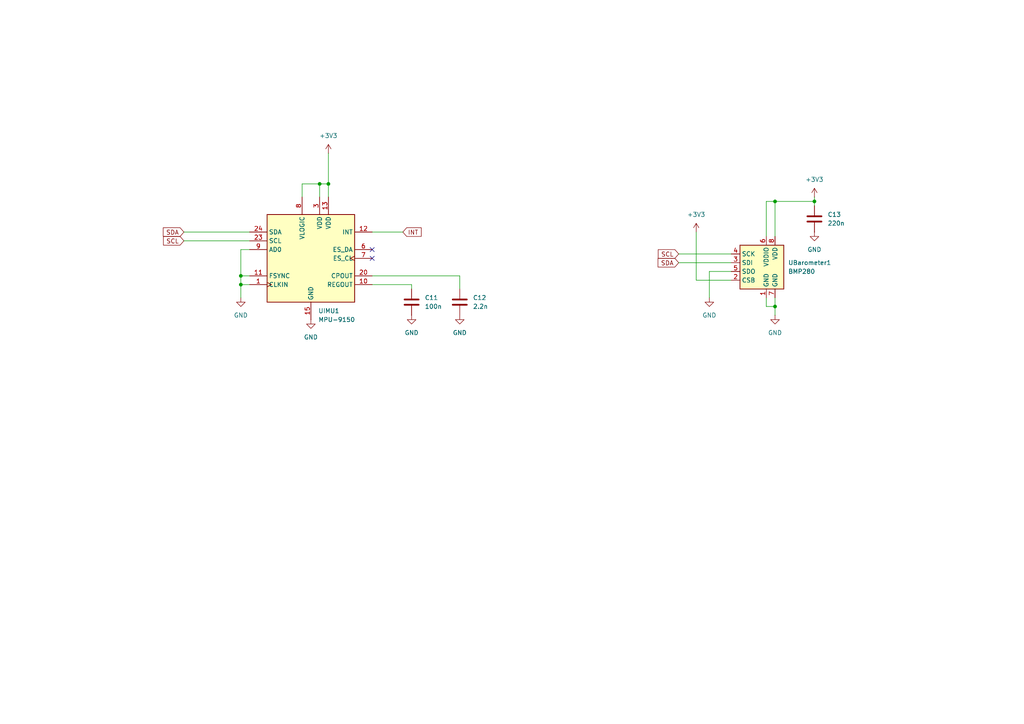
<source format=kicad_sch>
(kicad_sch
	(version 20250114)
	(generator "eeschema")
	(generator_version "9.0")
	(uuid "d5a0b5e5-9125-452a-a1f3-52e4e0be79ae")
	(paper "A4")
	(title_block
		(company "Astra Robotics")
	)
	(lib_symbols
		(symbol "Device:C"
			(pin_numbers
				(hide yes)
			)
			(pin_names
				(offset 0.254)
			)
			(exclude_from_sim no)
			(in_bom yes)
			(on_board yes)
			(property "Reference" "C"
				(at 0.635 2.54 0)
				(effects
					(font
						(size 1.27 1.27)
					)
					(justify left)
				)
			)
			(property "Value" "C"
				(at 0.635 -2.54 0)
				(effects
					(font
						(size 1.27 1.27)
					)
					(justify left)
				)
			)
			(property "Footprint" ""
				(at 0.9652 -3.81 0)
				(effects
					(font
						(size 1.27 1.27)
					)
					(hide yes)
				)
			)
			(property "Datasheet" "~"
				(at 0 0 0)
				(effects
					(font
						(size 1.27 1.27)
					)
					(hide yes)
				)
			)
			(property "Description" "Unpolarized capacitor"
				(at 0 0 0)
				(effects
					(font
						(size 1.27 1.27)
					)
					(hide yes)
				)
			)
			(property "ki_keywords" "cap capacitor"
				(at 0 0 0)
				(effects
					(font
						(size 1.27 1.27)
					)
					(hide yes)
				)
			)
			(property "ki_fp_filters" "C_*"
				(at 0 0 0)
				(effects
					(font
						(size 1.27 1.27)
					)
					(hide yes)
				)
			)
			(symbol "C_0_1"
				(polyline
					(pts
						(xy -2.032 0.762) (xy 2.032 0.762)
					)
					(stroke
						(width 0.508)
						(type default)
					)
					(fill
						(type none)
					)
				)
				(polyline
					(pts
						(xy -2.032 -0.762) (xy 2.032 -0.762)
					)
					(stroke
						(width 0.508)
						(type default)
					)
					(fill
						(type none)
					)
				)
			)
			(symbol "C_1_1"
				(pin passive line
					(at 0 3.81 270)
					(length 2.794)
					(name "~"
						(effects
							(font
								(size 1.27 1.27)
							)
						)
					)
					(number "1"
						(effects
							(font
								(size 1.27 1.27)
							)
						)
					)
				)
				(pin passive line
					(at 0 -3.81 90)
					(length 2.794)
					(name "~"
						(effects
							(font
								(size 1.27 1.27)
							)
						)
					)
					(number "2"
						(effects
							(font
								(size 1.27 1.27)
							)
						)
					)
				)
			)
			(embedded_fonts no)
		)
		(symbol "Sensor_Motion:MPU-9150"
			(exclude_from_sim no)
			(in_bom yes)
			(on_board yes)
			(property "Reference" "U"
				(at -11.43 13.97 0)
				(effects
					(font
						(size 1.27 1.27)
					)
				)
			)
			(property "Value" "MPU-9150"
				(at 8.89 -13.97 0)
				(effects
					(font
						(size 1.27 1.27)
					)
				)
			)
			(property "Footprint" "Sensor_Motion:InvenSense_QFN-24_4x4mm_P0.5mm"
				(at 0 -20.32 0)
				(effects
					(font
						(size 1.27 1.27)
					)
					(hide yes)
				)
			)
			(property "Datasheet" "https://www.invensense.com/wp-content/uploads/2015/02/MPU-9150-Datasheet.pdf"
				(at 0 -3.81 0)
				(effects
					(font
						(size 1.27 1.27)
					)
					(hide yes)
				)
			)
			(property "Description" "InvenSense 9-Axis Motion Sensor, Accelerometer, Gyroscope, Compass, I2C"
				(at 0 0 0)
				(effects
					(font
						(size 1.27 1.27)
					)
					(hide yes)
				)
			)
			(property "ki_keywords" "mems magnetometer accelerometer gyroscope"
				(at 0 0 0)
				(effects
					(font
						(size 1.27 1.27)
					)
					(hide yes)
				)
			)
			(property "ki_fp_filters" "*QFN?24*4x4mm*P0.5mm*"
				(at 0 0 0)
				(effects
					(font
						(size 1.27 1.27)
					)
					(hide yes)
				)
			)
			(symbol "MPU-9150_0_1"
				(rectangle
					(start -12.7 12.7)
					(end 12.7 -12.7)
					(stroke
						(width 0.254)
						(type default)
					)
					(fill
						(type background)
					)
				)
			)
			(symbol "MPU-9150_1_1"
				(pin bidirectional line
					(at -17.78 7.62 0)
					(length 5.08)
					(name "SDA"
						(effects
							(font
								(size 1.27 1.27)
							)
						)
					)
					(number "24"
						(effects
							(font
								(size 1.27 1.27)
							)
						)
					)
				)
				(pin input line
					(at -17.78 5.08 0)
					(length 5.08)
					(name "SCL"
						(effects
							(font
								(size 1.27 1.27)
							)
						)
					)
					(number "23"
						(effects
							(font
								(size 1.27 1.27)
							)
						)
					)
				)
				(pin input line
					(at -17.78 2.54 0)
					(length 5.08)
					(name "AD0"
						(effects
							(font
								(size 1.27 1.27)
							)
						)
					)
					(number "9"
						(effects
							(font
								(size 1.27 1.27)
							)
						)
					)
				)
				(pin input line
					(at -17.78 -5.08 0)
					(length 5.08)
					(name "FSYNC"
						(effects
							(font
								(size 1.27 1.27)
							)
						)
					)
					(number "11"
						(effects
							(font
								(size 1.27 1.27)
							)
						)
					)
				)
				(pin input clock
					(at -17.78 -7.62 0)
					(length 5.08)
					(name "CLKIN"
						(effects
							(font
								(size 1.27 1.27)
							)
						)
					)
					(number "1"
						(effects
							(font
								(size 1.27 1.27)
							)
						)
					)
				)
				(pin power_in line
					(at -2.54 17.78 270)
					(length 5.08)
					(name "VLOGIC"
						(effects
							(font
								(size 1.27 1.27)
							)
						)
					)
					(number "8"
						(effects
							(font
								(size 1.27 1.27)
							)
						)
					)
				)
				(pin power_in line
					(at 0 -17.78 90)
					(length 5.08)
					(name "GND"
						(effects
							(font
								(size 1.27 1.27)
							)
						)
					)
					(number "15"
						(effects
							(font
								(size 1.27 1.27)
							)
						)
					)
				)
				(pin passive line
					(at 0 -17.78 90)
					(length 5.08)
					(hide yes)
					(name "GND"
						(effects
							(font
								(size 1.27 1.27)
							)
						)
					)
					(number "17"
						(effects
							(font
								(size 1.27 1.27)
							)
						)
					)
				)
				(pin passive line
					(at 0 -17.78 90)
					(length 5.08)
					(hide yes)
					(name "GND"
						(effects
							(font
								(size 1.27 1.27)
							)
						)
					)
					(number "18"
						(effects
							(font
								(size 1.27 1.27)
							)
						)
					)
				)
				(pin power_in line
					(at 2.54 17.78 270)
					(length 5.08)
					(name "VDD"
						(effects
							(font
								(size 1.27 1.27)
							)
						)
					)
					(number "3"
						(effects
							(font
								(size 1.27 1.27)
							)
						)
					)
				)
				(pin power_in line
					(at 5.08 17.78 270)
					(length 5.08)
					(name "VDD"
						(effects
							(font
								(size 1.27 1.27)
							)
						)
					)
					(number "13"
						(effects
							(font
								(size 1.27 1.27)
							)
						)
					)
				)
				(pin output line
					(at 17.78 7.62 180)
					(length 5.08)
					(name "INT"
						(effects
							(font
								(size 1.27 1.27)
							)
						)
					)
					(number "12"
						(effects
							(font
								(size 1.27 1.27)
							)
						)
					)
				)
				(pin bidirectional line
					(at 17.78 2.54 180)
					(length 5.08)
					(name "ES_DA"
						(effects
							(font
								(size 1.27 1.27)
							)
						)
					)
					(number "6"
						(effects
							(font
								(size 1.27 1.27)
							)
						)
					)
				)
				(pin output clock
					(at 17.78 0 180)
					(length 5.08)
					(name "ES_CL"
						(effects
							(font
								(size 1.27 1.27)
							)
						)
					)
					(number "7"
						(effects
							(font
								(size 1.27 1.27)
							)
						)
					)
				)
				(pin passive line
					(at 17.78 -5.08 180)
					(length 5.08)
					(name "CPOUT"
						(effects
							(font
								(size 1.27 1.27)
							)
						)
					)
					(number "20"
						(effects
							(font
								(size 1.27 1.27)
							)
						)
					)
				)
				(pin passive line
					(at 17.78 -7.62 180)
					(length 5.08)
					(name "REGOUT"
						(effects
							(font
								(size 1.27 1.27)
							)
						)
					)
					(number "10"
						(effects
							(font
								(size 1.27 1.27)
							)
						)
					)
				)
			)
			(embedded_fonts no)
		)
		(symbol "Sensor_Pressure:BMP280"
			(exclude_from_sim no)
			(in_bom yes)
			(on_board yes)
			(property "Reference" "U"
				(at -7.62 10.16 0)
				(effects
					(font
						(size 1.27 1.27)
					)
					(justify left top)
				)
			)
			(property "Value" "BMP280"
				(at 5.08 10.16 0)
				(effects
					(font
						(size 1.27 1.27)
					)
					(justify left top)
				)
			)
			(property "Footprint" "Package_LGA:Bosch_LGA-8_2x2.5mm_P0.65mm_ClockwisePinNumbering"
				(at 0 -17.78 0)
				(effects
					(font
						(size 1.27 1.27)
					)
					(hide yes)
				)
			)
			(property "Datasheet" "https://ae-bst.resource.bosch.com/media/_tech/media/datasheets/BST-BMP280-DS001.pdf"
				(at 0 0 0)
				(effects
					(font
						(size 1.27 1.27)
					)
					(hide yes)
				)
			)
			(property "Description" "Absolute Barometric Pressure Sensor, LGA-8"
				(at 0 0 0)
				(effects
					(font
						(size 1.27 1.27)
					)
					(hide yes)
				)
			)
			(property "ki_keywords" "I2C, SPI, pressure, temperature, sensor"
				(at 0 0 0)
				(effects
					(font
						(size 1.27 1.27)
					)
					(hide yes)
				)
			)
			(property "ki_fp_filters" "Bosch*LGA*2x2.5mm*P0.65mm*"
				(at 0 0 0)
				(effects
					(font
						(size 1.27 1.27)
					)
					(hide yes)
				)
			)
			(symbol "BMP280_0_1"
				(rectangle
					(start -7.62 -5.08)
					(end 5.08 7.62)
					(stroke
						(width 0.254)
						(type default)
					)
					(fill
						(type background)
					)
				)
			)
			(symbol "BMP280_1_1"
				(pin input line
					(at -10.16 5.08 0)
					(length 2.54)
					(name "SCK"
						(effects
							(font
								(size 1.27 1.27)
							)
						)
					)
					(number "4"
						(effects
							(font
								(size 1.27 1.27)
							)
						)
					)
				)
				(pin bidirectional line
					(at -10.16 2.54 0)
					(length 2.54)
					(name "SDI"
						(effects
							(font
								(size 1.27 1.27)
							)
						)
					)
					(number "3"
						(effects
							(font
								(size 1.27 1.27)
							)
						)
					)
				)
				(pin bidirectional line
					(at -10.16 0 0)
					(length 2.54)
					(name "SDO"
						(effects
							(font
								(size 1.27 1.27)
							)
						)
					)
					(number "5"
						(effects
							(font
								(size 1.27 1.27)
							)
						)
					)
				)
				(pin input line
					(at -10.16 -2.54 0)
					(length 2.54)
					(name "CSB"
						(effects
							(font
								(size 1.27 1.27)
							)
						)
					)
					(number "2"
						(effects
							(font
								(size 1.27 1.27)
							)
						)
					)
				)
				(pin power_in line
					(at 0 10.16 270)
					(length 2.54)
					(name "VDDIO"
						(effects
							(font
								(size 1.27 1.27)
							)
						)
					)
					(number "6"
						(effects
							(font
								(size 1.27 1.27)
							)
						)
					)
				)
				(pin power_in line
					(at 0 -7.62 90)
					(length 2.54)
					(name "GND"
						(effects
							(font
								(size 1.27 1.27)
							)
						)
					)
					(number "1"
						(effects
							(font
								(size 1.27 1.27)
							)
						)
					)
				)
				(pin power_in line
					(at 2.54 10.16 270)
					(length 2.54)
					(name "VDD"
						(effects
							(font
								(size 1.27 1.27)
							)
						)
					)
					(number "8"
						(effects
							(font
								(size 1.27 1.27)
							)
						)
					)
				)
				(pin power_in line
					(at 2.54 -7.62 90)
					(length 2.54)
					(name "GND"
						(effects
							(font
								(size 1.27 1.27)
							)
						)
					)
					(number "7"
						(effects
							(font
								(size 1.27 1.27)
							)
						)
					)
				)
			)
			(embedded_fonts no)
		)
		(symbol "power:+3V3"
			(power)
			(pin_numbers
				(hide yes)
			)
			(pin_names
				(offset 0)
				(hide yes)
			)
			(exclude_from_sim no)
			(in_bom yes)
			(on_board yes)
			(property "Reference" "#PWR"
				(at 0 -3.81 0)
				(effects
					(font
						(size 1.27 1.27)
					)
					(hide yes)
				)
			)
			(property "Value" "+3V3"
				(at 0 3.556 0)
				(effects
					(font
						(size 1.27 1.27)
					)
				)
			)
			(property "Footprint" ""
				(at 0 0 0)
				(effects
					(font
						(size 1.27 1.27)
					)
					(hide yes)
				)
			)
			(property "Datasheet" ""
				(at 0 0 0)
				(effects
					(font
						(size 1.27 1.27)
					)
					(hide yes)
				)
			)
			(property "Description" "Power symbol creates a global label with name \"+3V3\""
				(at 0 0 0)
				(effects
					(font
						(size 1.27 1.27)
					)
					(hide yes)
				)
			)
			(property "ki_keywords" "global power"
				(at 0 0 0)
				(effects
					(font
						(size 1.27 1.27)
					)
					(hide yes)
				)
			)
			(symbol "+3V3_0_1"
				(polyline
					(pts
						(xy -0.762 1.27) (xy 0 2.54)
					)
					(stroke
						(width 0)
						(type default)
					)
					(fill
						(type none)
					)
				)
				(polyline
					(pts
						(xy 0 2.54) (xy 0.762 1.27)
					)
					(stroke
						(width 0)
						(type default)
					)
					(fill
						(type none)
					)
				)
				(polyline
					(pts
						(xy 0 0) (xy 0 2.54)
					)
					(stroke
						(width 0)
						(type default)
					)
					(fill
						(type none)
					)
				)
			)
			(symbol "+3V3_1_1"
				(pin power_in line
					(at 0 0 90)
					(length 0)
					(name "~"
						(effects
							(font
								(size 1.27 1.27)
							)
						)
					)
					(number "1"
						(effects
							(font
								(size 1.27 1.27)
							)
						)
					)
				)
			)
			(embedded_fonts no)
		)
		(symbol "power:GND"
			(power)
			(pin_numbers
				(hide yes)
			)
			(pin_names
				(offset 0)
				(hide yes)
			)
			(exclude_from_sim no)
			(in_bom yes)
			(on_board yes)
			(property "Reference" "#PWR"
				(at 0 -6.35 0)
				(effects
					(font
						(size 1.27 1.27)
					)
					(hide yes)
				)
			)
			(property "Value" "GND"
				(at 0 -3.81 0)
				(effects
					(font
						(size 1.27 1.27)
					)
				)
			)
			(property "Footprint" ""
				(at 0 0 0)
				(effects
					(font
						(size 1.27 1.27)
					)
					(hide yes)
				)
			)
			(property "Datasheet" ""
				(at 0 0 0)
				(effects
					(font
						(size 1.27 1.27)
					)
					(hide yes)
				)
			)
			(property "Description" "Power symbol creates a global label with name \"GND\" , ground"
				(at 0 0 0)
				(effects
					(font
						(size 1.27 1.27)
					)
					(hide yes)
				)
			)
			(property "ki_keywords" "global power"
				(at 0 0 0)
				(effects
					(font
						(size 1.27 1.27)
					)
					(hide yes)
				)
			)
			(symbol "GND_0_1"
				(polyline
					(pts
						(xy 0 0) (xy 0 -1.27) (xy 1.27 -1.27) (xy 0 -2.54) (xy -1.27 -1.27) (xy 0 -1.27)
					)
					(stroke
						(width 0)
						(type default)
					)
					(fill
						(type none)
					)
				)
			)
			(symbol "GND_1_1"
				(pin power_in line
					(at 0 0 270)
					(length 0)
					(name "~"
						(effects
							(font
								(size 1.27 1.27)
							)
						)
					)
					(number "1"
						(effects
							(font
								(size 1.27 1.27)
							)
						)
					)
				)
			)
			(embedded_fonts no)
		)
	)
	(junction
		(at 224.79 88.9)
		(diameter 0)
		(color 0 0 0 0)
		(uuid "082903c2-1fc3-4409-854f-44bfbf772844")
	)
	(junction
		(at 236.22 58.42)
		(diameter 0)
		(color 0 0 0 0)
		(uuid "577e9681-4511-4b83-9d37-7addeaf8ac8a")
	)
	(junction
		(at 95.25 53.34)
		(diameter 0)
		(color 0 0 0 0)
		(uuid "5c4e8679-04fb-4ae0-9b9d-bac2ebfc2984")
	)
	(junction
		(at 224.79 58.42)
		(diameter 0)
		(color 0 0 0 0)
		(uuid "7278d062-51fa-407b-8ea4-bb946192e2e3")
	)
	(junction
		(at 69.85 82.55)
		(diameter 0)
		(color 0 0 0 0)
		(uuid "90ebb112-6ccb-4ff4-bdd1-c6922a1e8f19")
	)
	(junction
		(at 92.71 53.34)
		(diameter 0)
		(color 0 0 0 0)
		(uuid "bcf2cf35-9628-4cef-b843-07ee4efffae7")
	)
	(junction
		(at 69.85 80.01)
		(diameter 0)
		(color 0 0 0 0)
		(uuid "eb4a0cd3-0700-4878-8dde-8d304ffa968c")
	)
	(no_connect
		(at 107.95 72.39)
		(uuid "05ac6100-5248-4610-bdc4-708bd0f3f301")
	)
	(no_connect
		(at 107.95 74.93)
		(uuid "400a6973-c7a7-4b1a-a461-4314bbded89c")
	)
	(wire
		(pts
			(xy 212.09 81.28) (xy 201.93 81.28)
		)
		(stroke
			(width 0)
			(type default)
		)
		(uuid "01fbf4fc-042f-454b-8d35-fab52dcb1640")
	)
	(wire
		(pts
			(xy 119.38 83.82) (xy 119.38 82.55)
		)
		(stroke
			(width 0)
			(type default)
		)
		(uuid "03156c45-baa5-499d-a489-61813f9888ab")
	)
	(wire
		(pts
			(xy 224.79 58.42) (xy 236.22 58.42)
		)
		(stroke
			(width 0)
			(type default)
		)
		(uuid "03250d64-323b-4cab-8bd8-bf99bffa7d22")
	)
	(wire
		(pts
			(xy 69.85 82.55) (xy 72.39 82.55)
		)
		(stroke
			(width 0)
			(type default)
		)
		(uuid "173574d4-076f-4e7f-a3ba-a31995317e40")
	)
	(wire
		(pts
			(xy 222.25 86.36) (xy 222.25 88.9)
		)
		(stroke
			(width 0)
			(type default)
		)
		(uuid "1bb9c4f8-1425-4bc5-a9e9-c2fb0db330ce")
	)
	(wire
		(pts
			(xy 53.34 69.85) (xy 72.39 69.85)
		)
		(stroke
			(width 0)
			(type default)
		)
		(uuid "331edaba-0ebf-407f-b522-904c197477f3")
	)
	(wire
		(pts
			(xy 72.39 80.01) (xy 69.85 80.01)
		)
		(stroke
			(width 0)
			(type default)
		)
		(uuid "4bc510e4-9719-491a-afa3-44c574569656")
	)
	(wire
		(pts
			(xy 92.71 57.15) (xy 92.71 53.34)
		)
		(stroke
			(width 0)
			(type default)
		)
		(uuid "5641728b-462a-466e-8283-554ceb458ae6")
	)
	(wire
		(pts
			(xy 196.85 76.2) (xy 212.09 76.2)
		)
		(stroke
			(width 0)
			(type default)
		)
		(uuid "5e62501f-7c85-406e-a2c9-b6037a65702e")
	)
	(wire
		(pts
			(xy 107.95 67.31) (xy 116.84 67.31)
		)
		(stroke
			(width 0)
			(type default)
		)
		(uuid "6113eb12-5daf-4738-b268-f61737bfbee0")
	)
	(wire
		(pts
			(xy 133.35 80.01) (xy 133.35 83.82)
		)
		(stroke
			(width 0)
			(type default)
		)
		(uuid "61eb8aae-6f44-4c44-b511-254f01de67e6")
	)
	(wire
		(pts
			(xy 224.79 88.9) (xy 224.79 91.44)
		)
		(stroke
			(width 0)
			(type default)
		)
		(uuid "63e0ae2b-86af-4c77-a309-c2bec85876c2")
	)
	(wire
		(pts
			(xy 212.09 78.74) (xy 205.74 78.74)
		)
		(stroke
			(width 0)
			(type default)
		)
		(uuid "6d47c0e4-b5c6-4b14-8f31-78f3608cc456")
	)
	(wire
		(pts
			(xy 236.22 57.15) (xy 236.22 58.42)
		)
		(stroke
			(width 0)
			(type default)
		)
		(uuid "6f19c358-f656-4c58-a83d-a4eb975c044e")
	)
	(wire
		(pts
			(xy 69.85 80.01) (xy 69.85 82.55)
		)
		(stroke
			(width 0)
			(type default)
		)
		(uuid "76d45a90-8874-479c-9129-39608097bbb4")
	)
	(wire
		(pts
			(xy 236.22 58.42) (xy 236.22 59.69)
		)
		(stroke
			(width 0)
			(type default)
		)
		(uuid "79f441d9-2af2-468d-9977-aac3c1fd1756")
	)
	(wire
		(pts
			(xy 69.85 82.55) (xy 69.85 86.36)
		)
		(stroke
			(width 0)
			(type default)
		)
		(uuid "7dcdcd2b-734e-4e20-950e-81e52f2b7578")
	)
	(wire
		(pts
			(xy 72.39 72.39) (xy 69.85 72.39)
		)
		(stroke
			(width 0)
			(type default)
		)
		(uuid "7eaabc29-acf8-4b7b-9b34-917eb9bd1a93")
	)
	(wire
		(pts
			(xy 196.85 73.66) (xy 212.09 73.66)
		)
		(stroke
			(width 0)
			(type default)
		)
		(uuid "8cf9cd3a-9053-4cff-b683-05d68e375547")
	)
	(wire
		(pts
			(xy 107.95 80.01) (xy 133.35 80.01)
		)
		(stroke
			(width 0)
			(type default)
		)
		(uuid "9379d031-ee5a-42eb-b9e5-819d1b0531c3")
	)
	(wire
		(pts
			(xy 87.63 57.15) (xy 87.63 53.34)
		)
		(stroke
			(width 0)
			(type default)
		)
		(uuid "ac7872df-bd43-4a4d-a7ac-50941ba8fc3a")
	)
	(wire
		(pts
			(xy 201.93 67.31) (xy 201.93 81.28)
		)
		(stroke
			(width 0)
			(type default)
		)
		(uuid "adc41ceb-cdbb-4bc8-99ee-d2d6ca5b4764")
	)
	(wire
		(pts
			(xy 53.34 67.31) (xy 72.39 67.31)
		)
		(stroke
			(width 0)
			(type default)
		)
		(uuid "b44ac55c-f233-4b9f-be58-19d694bb8627")
	)
	(wire
		(pts
			(xy 224.79 88.9) (xy 224.79 86.36)
		)
		(stroke
			(width 0)
			(type default)
		)
		(uuid "bd5ff597-1681-4588-a1d9-196b8e444eb1")
	)
	(wire
		(pts
			(xy 222.25 88.9) (xy 224.79 88.9)
		)
		(stroke
			(width 0)
			(type default)
		)
		(uuid "be4deab7-56ca-4ec8-9ce1-038433c025f6")
	)
	(wire
		(pts
			(xy 224.79 58.42) (xy 224.79 68.58)
		)
		(stroke
			(width 0)
			(type default)
		)
		(uuid "c12b9dee-174b-4948-b8ea-c3fc52bad896")
	)
	(wire
		(pts
			(xy 205.74 78.74) (xy 205.74 86.36)
		)
		(stroke
			(width 0)
			(type default)
		)
		(uuid "c3b67953-ae9f-4e68-b0a8-6b4e429a5b1c")
	)
	(wire
		(pts
			(xy 95.25 53.34) (xy 95.25 57.15)
		)
		(stroke
			(width 0)
			(type default)
		)
		(uuid "d615998c-b38c-4e17-b546-906ea0df2753")
	)
	(wire
		(pts
			(xy 87.63 53.34) (xy 92.71 53.34)
		)
		(stroke
			(width 0)
			(type default)
		)
		(uuid "d6e5baa2-dc7e-422c-b65b-34038347abf4")
	)
	(wire
		(pts
			(xy 92.71 53.34) (xy 95.25 53.34)
		)
		(stroke
			(width 0)
			(type default)
		)
		(uuid "da0f88e9-ed2c-473e-8e66-8529a3478ea1")
	)
	(wire
		(pts
			(xy 222.25 58.42) (xy 224.79 58.42)
		)
		(stroke
			(width 0)
			(type default)
		)
		(uuid "e090eb85-02f8-4862-8a0e-77687984454f")
	)
	(wire
		(pts
			(xy 95.25 44.45) (xy 95.25 53.34)
		)
		(stroke
			(width 0)
			(type default)
		)
		(uuid "e0955420-c65f-469a-9614-a1177c0ad451")
	)
	(wire
		(pts
			(xy 222.25 58.42) (xy 222.25 68.58)
		)
		(stroke
			(width 0)
			(type default)
		)
		(uuid "e6ec8680-57b6-4a8f-8447-0852014cc9c1")
	)
	(wire
		(pts
			(xy 69.85 72.39) (xy 69.85 80.01)
		)
		(stroke
			(width 0)
			(type default)
		)
		(uuid "f479b950-7603-4efa-9656-527034cfcee0")
	)
	(wire
		(pts
			(xy 119.38 82.55) (xy 107.95 82.55)
		)
		(stroke
			(width 0)
			(type default)
		)
		(uuid "fbdf7654-aecc-46d8-9899-1c8740ccfa0b")
	)
	(global_label "SDA"
		(shape input)
		(at 53.34 67.31 180)
		(fields_autoplaced yes)
		(effects
			(font
				(size 1.27 1.27)
			)
			(justify right)
		)
		(uuid "3c5e3ee5-a668-4566-b94d-e53b1b0469fe")
		(property "Intersheetrefs" "${INTERSHEET_REFS}"
			(at 46.7867 67.31 0)
			(effects
				(font
					(size 1.27 1.27)
				)
				(justify right)
				(hide yes)
			)
		)
	)
	(global_label "SDA"
		(shape input)
		(at 196.85 76.2 180)
		(fields_autoplaced yes)
		(effects
			(font
				(size 1.27 1.27)
			)
			(justify right)
		)
		(uuid "6ff16f7a-6763-4eb6-85a7-1988121ad7ee")
		(property "Intersheetrefs" "${INTERSHEET_REFS}"
			(at 190.2967 76.2 0)
			(effects
				(font
					(size 1.27 1.27)
				)
				(justify right)
				(hide yes)
			)
		)
	)
	(global_label "SCL"
		(shape input)
		(at 196.85 73.66 180)
		(fields_autoplaced yes)
		(effects
			(font
				(size 1.27 1.27)
			)
			(justify right)
		)
		(uuid "7dc89bdd-85eb-445c-8743-a1303ba1717f")
		(property "Intersheetrefs" "${INTERSHEET_REFS}"
			(at 190.3572 73.66 0)
			(effects
				(font
					(size 1.27 1.27)
				)
				(justify right)
				(hide yes)
			)
		)
	)
	(global_label "INT"
		(shape input)
		(at 116.84 67.31 0)
		(fields_autoplaced yes)
		(effects
			(font
				(size 1.27 1.27)
			)
			(justify left)
		)
		(uuid "a66306e5-34bc-4dba-8559-e083c77cb517")
		(property "Intersheetrefs" "${INTERSHEET_REFS}"
			(at 122.7281 67.31 0)
			(effects
				(font
					(size 1.27 1.27)
				)
				(justify left)
				(hide yes)
			)
		)
	)
	(global_label "SCL"
		(shape input)
		(at 53.34 69.85 180)
		(fields_autoplaced yes)
		(effects
			(font
				(size 1.27 1.27)
			)
			(justify right)
		)
		(uuid "b7606aa7-7d7a-4afa-9df5-d399180fc940")
		(property "Intersheetrefs" "${INTERSHEET_REFS}"
			(at 46.8472 69.85 0)
			(effects
				(font
					(size 1.27 1.27)
				)
				(justify right)
				(hide yes)
			)
		)
	)
	(symbol
		(lib_id "Device:C")
		(at 236.22 63.5 0)
		(unit 1)
		(exclude_from_sim no)
		(in_bom yes)
		(on_board yes)
		(dnp no)
		(fields_autoplaced yes)
		(uuid "0be788a1-ee26-4074-9d7c-ecfafe3735e2")
		(property "Reference" "C13"
			(at 240.03 62.2299 0)
			(effects
				(font
					(size 1.27 1.27)
				)
				(justify left)
			)
		)
		(property "Value" "220n"
			(at 240.03 64.7699 0)
			(effects
				(font
					(size 1.27 1.27)
				)
				(justify left)
			)
		)
		(property "Footprint" "Capacitor_SMD:C_2220_5750Metric_Pad1.97x5.40mm_HandSolder"
			(at 237.1852 67.31 0)
			(effects
				(font
					(size 1.27 1.27)
				)
				(hide yes)
			)
		)
		(property "Datasheet" "~"
			(at 236.22 63.5 0)
			(effects
				(font
					(size 1.27 1.27)
				)
				(hide yes)
			)
		)
		(property "Description" "Unpolarized capacitor"
			(at 236.22 63.5 0)
			(effects
				(font
					(size 1.27 1.27)
				)
				(hide yes)
			)
		)
		(pin "1"
			(uuid "c9705011-fe79-4897-9d13-ac9b0a4238db")
		)
		(pin "2"
			(uuid "0a9e6e76-7cac-473f-8f83-31fb5da9aa20")
		)
		(instances
			(project ""
				(path "/6379cb09-8427-484b-8caa-23471c63c9c8/1a30a45a-93c4-41ed-bf94-ec4ea067c430"
					(reference "C13")
					(unit 1)
				)
			)
		)
	)
	(symbol
		(lib_id "power:+3V3")
		(at 95.25 44.45 0)
		(unit 1)
		(exclude_from_sim no)
		(in_bom yes)
		(on_board yes)
		(dnp no)
		(fields_autoplaced yes)
		(uuid "124ca9c5-e6cf-4155-9ab1-6e39fc9b7675")
		(property "Reference" "#PWR034"
			(at 95.25 48.26 0)
			(effects
				(font
					(size 1.27 1.27)
				)
				(hide yes)
			)
		)
		(property "Value" "+3V3"
			(at 95.25 39.37 0)
			(effects
				(font
					(size 1.27 1.27)
				)
			)
		)
		(property "Footprint" ""
			(at 95.25 44.45 0)
			(effects
				(font
					(size 1.27 1.27)
				)
				(hide yes)
			)
		)
		(property "Datasheet" ""
			(at 95.25 44.45 0)
			(effects
				(font
					(size 1.27 1.27)
				)
				(hide yes)
			)
		)
		(property "Description" "Power symbol creates a global label with name \"+3V3\""
			(at 95.25 44.45 0)
			(effects
				(font
					(size 1.27 1.27)
				)
				(hide yes)
			)
		)
		(pin "1"
			(uuid "22911b37-2552-40d9-bb63-001e73045f6e")
		)
		(instances
			(project ""
				(path "/6379cb09-8427-484b-8caa-23471c63c9c8/1a30a45a-93c4-41ed-bf94-ec4ea067c430"
					(reference "#PWR034")
					(unit 1)
				)
			)
		)
	)
	(symbol
		(lib_id "power:+3V3")
		(at 201.93 67.31 0)
		(unit 1)
		(exclude_from_sim no)
		(in_bom yes)
		(on_board yes)
		(dnp no)
		(fields_autoplaced yes)
		(uuid "1c5d49e3-11eb-4d65-b7b6-50f1c0ceb57e")
		(property "Reference" "#PWR043"
			(at 201.93 71.12 0)
			(effects
				(font
					(size 1.27 1.27)
				)
				(hide yes)
			)
		)
		(property "Value" "+3V3"
			(at 201.93 62.23 0)
			(effects
				(font
					(size 1.27 1.27)
				)
			)
		)
		(property "Footprint" ""
			(at 201.93 67.31 0)
			(effects
				(font
					(size 1.27 1.27)
				)
				(hide yes)
			)
		)
		(property "Datasheet" ""
			(at 201.93 67.31 0)
			(effects
				(font
					(size 1.27 1.27)
				)
				(hide yes)
			)
		)
		(property "Description" "Power symbol creates a global label with name \"+3V3\""
			(at 201.93 67.31 0)
			(effects
				(font
					(size 1.27 1.27)
				)
				(hide yes)
			)
		)
		(pin "1"
			(uuid "b462c9fc-3d10-425f-b0e7-2f076d804560")
		)
		(instances
			(project ""
				(path "/6379cb09-8427-484b-8caa-23471c63c9c8/1a30a45a-93c4-41ed-bf94-ec4ea067c430"
					(reference "#PWR043")
					(unit 1)
				)
			)
		)
	)
	(symbol
		(lib_id "power:GND")
		(at 119.38 91.44 0)
		(unit 1)
		(exclude_from_sim no)
		(in_bom yes)
		(on_board yes)
		(dnp no)
		(fields_autoplaced yes)
		(uuid "36f64b46-205b-4634-b249-a520a6e3fc5c")
		(property "Reference" "#PWR037"
			(at 119.38 97.79 0)
			(effects
				(font
					(size 1.27 1.27)
				)
				(hide yes)
			)
		)
		(property "Value" "GND"
			(at 119.38 96.52 0)
			(effects
				(font
					(size 1.27 1.27)
				)
			)
		)
		(property "Footprint" ""
			(at 119.38 91.44 0)
			(effects
				(font
					(size 1.27 1.27)
				)
				(hide yes)
			)
		)
		(property "Datasheet" ""
			(at 119.38 91.44 0)
			(effects
				(font
					(size 1.27 1.27)
				)
				(hide yes)
			)
		)
		(property "Description" "Power symbol creates a global label with name \"GND\" , ground"
			(at 119.38 91.44 0)
			(effects
				(font
					(size 1.27 1.27)
				)
				(hide yes)
			)
		)
		(pin "1"
			(uuid "8097eacd-4751-433a-9998-62d547366401")
		)
		(instances
			(project "MBot"
				(path "/6379cb09-8427-484b-8caa-23471c63c9c8/1a30a45a-93c4-41ed-bf94-ec4ea067c430"
					(reference "#PWR037")
					(unit 1)
				)
			)
		)
	)
	(symbol
		(lib_id "power:GND")
		(at 236.22 67.31 0)
		(unit 1)
		(exclude_from_sim no)
		(in_bom yes)
		(on_board yes)
		(dnp no)
		(fields_autoplaced yes)
		(uuid "38464f83-657d-4823-a007-00489163b7db")
		(property "Reference" "#PWR042"
			(at 236.22 73.66 0)
			(effects
				(font
					(size 1.27 1.27)
				)
				(hide yes)
			)
		)
		(property "Value" "GND"
			(at 236.22 72.39 0)
			(effects
				(font
					(size 1.27 1.27)
				)
			)
		)
		(property "Footprint" ""
			(at 236.22 67.31 0)
			(effects
				(font
					(size 1.27 1.27)
				)
				(hide yes)
			)
		)
		(property "Datasheet" ""
			(at 236.22 67.31 0)
			(effects
				(font
					(size 1.27 1.27)
				)
				(hide yes)
			)
		)
		(property "Description" "Power symbol creates a global label with name \"GND\" , ground"
			(at 236.22 67.31 0)
			(effects
				(font
					(size 1.27 1.27)
				)
				(hide yes)
			)
		)
		(pin "1"
			(uuid "0ea35e2d-c45d-4988-ac4c-25562b04036c")
		)
		(instances
			(project ""
				(path "/6379cb09-8427-484b-8caa-23471c63c9c8/1a30a45a-93c4-41ed-bf94-ec4ea067c430"
					(reference "#PWR042")
					(unit 1)
				)
			)
		)
	)
	(symbol
		(lib_id "Device:C")
		(at 133.35 87.63 0)
		(unit 1)
		(exclude_from_sim no)
		(in_bom yes)
		(on_board yes)
		(dnp no)
		(fields_autoplaced yes)
		(uuid "477ccb39-c86a-4689-b1f5-dba4b8fcfe14")
		(property "Reference" "C12"
			(at 137.16 86.3599 0)
			(effects
				(font
					(size 1.27 1.27)
				)
				(justify left)
			)
		)
		(property "Value" "2.2n"
			(at 137.16 88.8999 0)
			(effects
				(font
					(size 1.27 1.27)
				)
				(justify left)
			)
		)
		(property "Footprint" "Capacitor_SMD:C_2220_5750Metric_Pad1.97x5.40mm_HandSolder"
			(at 134.3152 91.44 0)
			(effects
				(font
					(size 1.27 1.27)
				)
				(hide yes)
			)
		)
		(property "Datasheet" "~"
			(at 133.35 87.63 0)
			(effects
				(font
					(size 1.27 1.27)
				)
				(hide yes)
			)
		)
		(property "Description" "Unpolarized capacitor"
			(at 133.35 87.63 0)
			(effects
				(font
					(size 1.27 1.27)
				)
				(hide yes)
			)
		)
		(pin "1"
			(uuid "c6e1b4f2-9ebf-450d-8552-e17861c9e479")
		)
		(pin "2"
			(uuid "ed1b861f-75ee-418c-a4e7-6025dbf5eff5")
		)
		(instances
			(project ""
				(path "/6379cb09-8427-484b-8caa-23471c63c9c8/1a30a45a-93c4-41ed-bf94-ec4ea067c430"
					(reference "C12")
					(unit 1)
				)
			)
		)
	)
	(symbol
		(lib_id "power:GND")
		(at 90.17 92.71 0)
		(unit 1)
		(exclude_from_sim no)
		(in_bom yes)
		(on_board yes)
		(dnp no)
		(fields_autoplaced yes)
		(uuid "6eaed359-be92-4826-a35e-b568b3e3660d")
		(property "Reference" "#PWR035"
			(at 90.17 99.06 0)
			(effects
				(font
					(size 1.27 1.27)
				)
				(hide yes)
			)
		)
		(property "Value" "GND"
			(at 90.17 97.79 0)
			(effects
				(font
					(size 1.27 1.27)
				)
			)
		)
		(property "Footprint" ""
			(at 90.17 92.71 0)
			(effects
				(font
					(size 1.27 1.27)
				)
				(hide yes)
			)
		)
		(property "Datasheet" ""
			(at 90.17 92.71 0)
			(effects
				(font
					(size 1.27 1.27)
				)
				(hide yes)
			)
		)
		(property "Description" "Power symbol creates a global label with name \"GND\" , ground"
			(at 90.17 92.71 0)
			(effects
				(font
					(size 1.27 1.27)
				)
				(hide yes)
			)
		)
		(pin "1"
			(uuid "00e5203e-9263-47ac-935b-6c6d6cb54ddd")
		)
		(instances
			(project ""
				(path "/6379cb09-8427-484b-8caa-23471c63c9c8/1a30a45a-93c4-41ed-bf94-ec4ea067c430"
					(reference "#PWR035")
					(unit 1)
				)
			)
		)
	)
	(symbol
		(lib_id "power:GND")
		(at 69.85 86.36 0)
		(unit 1)
		(exclude_from_sim no)
		(in_bom yes)
		(on_board yes)
		(dnp no)
		(fields_autoplaced yes)
		(uuid "8097a055-d713-4724-9a1c-89ff25c97941")
		(property "Reference" "#PWR036"
			(at 69.85 92.71 0)
			(effects
				(font
					(size 1.27 1.27)
				)
				(hide yes)
			)
		)
		(property "Value" "GND"
			(at 69.85 91.44 0)
			(effects
				(font
					(size 1.27 1.27)
				)
			)
		)
		(property "Footprint" ""
			(at 69.85 86.36 0)
			(effects
				(font
					(size 1.27 1.27)
				)
				(hide yes)
			)
		)
		(property "Datasheet" ""
			(at 69.85 86.36 0)
			(effects
				(font
					(size 1.27 1.27)
				)
				(hide yes)
			)
		)
		(property "Description" "Power symbol creates a global label with name \"GND\" , ground"
			(at 69.85 86.36 0)
			(effects
				(font
					(size 1.27 1.27)
				)
				(hide yes)
			)
		)
		(pin "1"
			(uuid "00e5203e-9263-47ac-935b-6c6d6cb54dde")
		)
		(instances
			(project ""
				(path "/6379cb09-8427-484b-8caa-23471c63c9c8/1a30a45a-93c4-41ed-bf94-ec4ea067c430"
					(reference "#PWR036")
					(unit 1)
				)
			)
		)
	)
	(symbol
		(lib_id "Sensor_Motion:MPU-9150")
		(at 90.17 74.93 0)
		(unit 1)
		(exclude_from_sim no)
		(in_bom yes)
		(on_board yes)
		(dnp no)
		(fields_autoplaced yes)
		(uuid "96282635-11e3-461e-82fc-31af385de2cd")
		(property "Reference" "UIMU1"
			(at 92.3133 90.17 0)
			(effects
				(font
					(size 1.27 1.27)
				)
				(justify left)
			)
		)
		(property "Value" "MPU-9150"
			(at 92.3133 92.71 0)
			(effects
				(font
					(size 1.27 1.27)
				)
				(justify left)
			)
		)
		(property "Footprint" "Sensor_Motion:InvenSense_QFN-24_4x4mm_P0.5mm"
			(at 90.17 95.25 0)
			(effects
				(font
					(size 1.27 1.27)
				)
				(hide yes)
			)
		)
		(property "Datasheet" "https://www.invensense.com/wp-content/uploads/2015/02/MPU-9150-Datasheet.pdf"
			(at 90.17 78.74 0)
			(effects
				(font
					(size 1.27 1.27)
				)
				(hide yes)
			)
		)
		(property "Description" "InvenSense 9-Axis Motion Sensor, Accelerometer, Gyroscope, Compass, I2C"
			(at 90.17 74.93 0)
			(effects
				(font
					(size 1.27 1.27)
				)
				(hide yes)
			)
		)
		(pin "18"
			(uuid "2f58fa07-0cae-40ac-96af-277a320f3894")
		)
		(pin "9"
			(uuid "6ede096a-fe1e-402f-a5f7-db2a30653b03")
		)
		(pin "8"
			(uuid "1ea5f146-f6e1-479e-9528-7de7dfb9cb58")
		)
		(pin "17"
			(uuid "51290c8a-e377-479a-a19b-0a05f70c3e07")
		)
		(pin "13"
			(uuid "5e021144-34fb-4370-a8d3-82be9a352dae")
		)
		(pin "3"
			(uuid "b9b10255-affe-4fb9-9dec-906b4c03f076")
		)
		(pin "24"
			(uuid "d4649d07-4d46-456e-ad9b-67e52ed4e8b3")
		)
		(pin "23"
			(uuid "fbcf39c2-340d-4391-ac88-fcb78a90477a")
		)
		(pin "1"
			(uuid "625087d6-ed01-4afe-bdc0-05570a668069")
		)
		(pin "15"
			(uuid "875cd69f-e929-4630-8b8f-c10b7d40ebda")
		)
		(pin "11"
			(uuid "d6425b15-469d-4e48-8c5d-974108245416")
		)
		(pin "12"
			(uuid "f93ca60a-6395-4948-a9ee-e3f3dcc0c38a")
		)
		(pin "10"
			(uuid "e773c189-c21f-40ec-b507-e59fbcc7f49b")
		)
		(pin "20"
			(uuid "42ef717e-e80c-4a8f-9c12-0559a5eb0ef6")
		)
		(pin "6"
			(uuid "59bce539-a2b4-4ff4-a95d-ec1d5cb577e0")
		)
		(pin "7"
			(uuid "5b709711-6179-4788-b809-5fbe06218319")
		)
		(instances
			(project ""
				(path "/6379cb09-8427-484b-8caa-23471c63c9c8/1a30a45a-93c4-41ed-bf94-ec4ea067c430"
					(reference "UIMU1")
					(unit 1)
				)
			)
		)
	)
	(symbol
		(lib_id "power:GND")
		(at 205.74 86.36 0)
		(unit 1)
		(exclude_from_sim no)
		(in_bom yes)
		(on_board yes)
		(dnp no)
		(fields_autoplaced yes)
		(uuid "a61d54ca-7904-441c-88bb-bef1dc9dd984")
		(property "Reference" "#PWR044"
			(at 205.74 92.71 0)
			(effects
				(font
					(size 1.27 1.27)
				)
				(hide yes)
			)
		)
		(property "Value" "GND"
			(at 205.74 91.44 0)
			(effects
				(font
					(size 1.27 1.27)
				)
			)
		)
		(property "Footprint" ""
			(at 205.74 86.36 0)
			(effects
				(font
					(size 1.27 1.27)
				)
				(hide yes)
			)
		)
		(property "Datasheet" ""
			(at 205.74 86.36 0)
			(effects
				(font
					(size 1.27 1.27)
				)
				(hide yes)
			)
		)
		(property "Description" "Power symbol creates a global label with name \"GND\" , ground"
			(at 205.74 86.36 0)
			(effects
				(font
					(size 1.27 1.27)
				)
				(hide yes)
			)
		)
		(pin "1"
			(uuid "ff161324-bb12-4047-8976-86e547da327b")
		)
		(instances
			(project "MBot"
				(path "/6379cb09-8427-484b-8caa-23471c63c9c8/1a30a45a-93c4-41ed-bf94-ec4ea067c430"
					(reference "#PWR044")
					(unit 1)
				)
			)
		)
	)
	(symbol
		(lib_id "power:+3V3")
		(at 236.22 57.15 0)
		(unit 1)
		(exclude_from_sim no)
		(in_bom yes)
		(on_board yes)
		(dnp no)
		(fields_autoplaced yes)
		(uuid "b8c81509-d6cf-46cb-9e09-843098472b98")
		(property "Reference" "#PWR041"
			(at 236.22 60.96 0)
			(effects
				(font
					(size 1.27 1.27)
				)
				(hide yes)
			)
		)
		(property "Value" "+3V3"
			(at 236.22 52.07 0)
			(effects
				(font
					(size 1.27 1.27)
				)
			)
		)
		(property "Footprint" ""
			(at 236.22 57.15 0)
			(effects
				(font
					(size 1.27 1.27)
				)
				(hide yes)
			)
		)
		(property "Datasheet" ""
			(at 236.22 57.15 0)
			(effects
				(font
					(size 1.27 1.27)
				)
				(hide yes)
			)
		)
		(property "Description" "Power symbol creates a global label with name \"+3V3\""
			(at 236.22 57.15 0)
			(effects
				(font
					(size 1.27 1.27)
				)
				(hide yes)
			)
		)
		(pin "1"
			(uuid "71879a78-c02f-4b72-b9b3-237ef5200fbc")
		)
		(instances
			(project ""
				(path "/6379cb09-8427-484b-8caa-23471c63c9c8/1a30a45a-93c4-41ed-bf94-ec4ea067c430"
					(reference "#PWR041")
					(unit 1)
				)
			)
		)
	)
	(symbol
		(lib_id "Device:C")
		(at 119.38 87.63 0)
		(unit 1)
		(exclude_from_sim no)
		(in_bom yes)
		(on_board yes)
		(dnp no)
		(fields_autoplaced yes)
		(uuid "e45def0b-cb34-4474-8611-eeb5a450336e")
		(property "Reference" "C11"
			(at 123.19 86.3599 0)
			(effects
				(font
					(size 1.27 1.27)
				)
				(justify left)
			)
		)
		(property "Value" "100n"
			(at 123.19 88.8999 0)
			(effects
				(font
					(size 1.27 1.27)
				)
				(justify left)
			)
		)
		(property "Footprint" "Capacitor_SMD:C_2220_5750Metric_Pad1.97x5.40mm_HandSolder"
			(at 120.3452 91.44 0)
			(effects
				(font
					(size 1.27 1.27)
				)
				(hide yes)
			)
		)
		(property "Datasheet" "~"
			(at 119.38 87.63 0)
			(effects
				(font
					(size 1.27 1.27)
				)
				(hide yes)
			)
		)
		(property "Description" "Unpolarized capacitor"
			(at 119.38 87.63 0)
			(effects
				(font
					(size 1.27 1.27)
				)
				(hide yes)
			)
		)
		(pin "1"
			(uuid "c6e1b4f2-9ebf-450d-8552-e17861c9e47a")
		)
		(pin "2"
			(uuid "ed1b861f-75ee-418c-a4e7-6025dbf5eff6")
		)
		(instances
			(project ""
				(path "/6379cb09-8427-484b-8caa-23471c63c9c8/1a30a45a-93c4-41ed-bf94-ec4ea067c430"
					(reference "C11")
					(unit 1)
				)
			)
		)
	)
	(symbol
		(lib_id "Sensor_Pressure:BMP280")
		(at 222.25 78.74 0)
		(unit 1)
		(exclude_from_sim no)
		(in_bom yes)
		(on_board yes)
		(dnp no)
		(fields_autoplaced yes)
		(uuid "eb37112e-cf49-463a-a8d6-1e5721d9a1db")
		(property "Reference" "UBarometer1"
			(at 228.6 76.1999 0)
			(effects
				(font
					(size 1.27 1.27)
				)
				(justify left)
			)
		)
		(property "Value" "BMP280"
			(at 228.6 78.7399 0)
			(effects
				(font
					(size 1.27 1.27)
				)
				(justify left)
			)
		)
		(property "Footprint" "Package_LGA:Bosch_LGA-8_2x2.5mm_P0.65mm_ClockwisePinNumbering"
			(at 222.25 96.52 0)
			(effects
				(font
					(size 1.27 1.27)
				)
				(hide yes)
			)
		)
		(property "Datasheet" "https://ae-bst.resource.bosch.com/media/_tech/media/datasheets/BST-BMP280-DS001.pdf"
			(at 222.25 78.74 0)
			(effects
				(font
					(size 1.27 1.27)
				)
				(hide yes)
			)
		)
		(property "Description" "Absolute Barometric Pressure Sensor, LGA-8"
			(at 222.25 78.74 0)
			(effects
				(font
					(size 1.27 1.27)
				)
				(hide yes)
			)
		)
		(pin "4"
			(uuid "bc14a188-cfac-43fe-886a-caf0350e3e7b")
		)
		(pin "2"
			(uuid "9d80da3d-96b9-45d0-afd7-cf532d36212e")
		)
		(pin "3"
			(uuid "fbe02282-a4e7-4f63-b176-ae70bb258473")
		)
		(pin "5"
			(uuid "366dc5af-19d7-4d47-bff1-f1f7f8c06be3")
		)
		(pin "6"
			(uuid "fe19de20-1c2a-4c41-b4c5-18fbc37d996a")
		)
		(pin "7"
			(uuid "3b3e5a69-45dd-4ca8-9f6f-f2f05cb801f7")
		)
		(pin "8"
			(uuid "d2a24e4b-8650-4036-991f-4fbeb207b9fe")
		)
		(pin "1"
			(uuid "ca25d1ea-c8b6-4a0b-bd24-dd3f21136577")
		)
		(instances
			(project ""
				(path "/6379cb09-8427-484b-8caa-23471c63c9c8/1a30a45a-93c4-41ed-bf94-ec4ea067c430"
					(reference "UBarometer1")
					(unit 1)
				)
			)
		)
	)
	(symbol
		(lib_id "power:GND")
		(at 224.79 91.44 0)
		(unit 1)
		(exclude_from_sim no)
		(in_bom yes)
		(on_board yes)
		(dnp no)
		(fields_autoplaced yes)
		(uuid "ef7b6996-c2ff-4d29-8151-23fa62c31182")
		(property "Reference" "#PWR040"
			(at 224.79 97.79 0)
			(effects
				(font
					(size 1.27 1.27)
				)
				(hide yes)
			)
		)
		(property "Value" "GND"
			(at 224.79 96.52 0)
			(effects
				(font
					(size 1.27 1.27)
				)
			)
		)
		(property "Footprint" ""
			(at 224.79 91.44 0)
			(effects
				(font
					(size 1.27 1.27)
				)
				(hide yes)
			)
		)
		(property "Datasheet" ""
			(at 224.79 91.44 0)
			(effects
				(font
					(size 1.27 1.27)
				)
				(hide yes)
			)
		)
		(property "Description" "Power symbol creates a global label with name \"GND\" , ground"
			(at 224.79 91.44 0)
			(effects
				(font
					(size 1.27 1.27)
				)
				(hide yes)
			)
		)
		(pin "1"
			(uuid "2b928150-842c-4bfb-9ceb-36a46cfb6d8d")
		)
		(instances
			(project ""
				(path "/6379cb09-8427-484b-8caa-23471c63c9c8/1a30a45a-93c4-41ed-bf94-ec4ea067c430"
					(reference "#PWR040")
					(unit 1)
				)
			)
		)
	)
	(symbol
		(lib_id "power:GND")
		(at 133.35 91.44 0)
		(unit 1)
		(exclude_from_sim no)
		(in_bom yes)
		(on_board yes)
		(dnp no)
		(fields_autoplaced yes)
		(uuid "f3ac53d3-269f-4d51-a081-5c5cfa2e1ef1")
		(property "Reference" "#PWR038"
			(at 133.35 97.79 0)
			(effects
				(font
					(size 1.27 1.27)
				)
				(hide yes)
			)
		)
		(property "Value" "GND"
			(at 133.35 96.52 0)
			(effects
				(font
					(size 1.27 1.27)
				)
			)
		)
		(property "Footprint" ""
			(at 133.35 91.44 0)
			(effects
				(font
					(size 1.27 1.27)
				)
				(hide yes)
			)
		)
		(property "Datasheet" ""
			(at 133.35 91.44 0)
			(effects
				(font
					(size 1.27 1.27)
				)
				(hide yes)
			)
		)
		(property "Description" "Power symbol creates a global label with name \"GND\" , ground"
			(at 133.35 91.44 0)
			(effects
				(font
					(size 1.27 1.27)
				)
				(hide yes)
			)
		)
		(pin "1"
			(uuid "bdd74ecf-634c-43c8-835e-abfd6d8a8b87")
		)
		(instances
			(project "MBot"
				(path "/6379cb09-8427-484b-8caa-23471c63c9c8/1a30a45a-93c4-41ed-bf94-ec4ea067c430"
					(reference "#PWR038")
					(unit 1)
				)
			)
		)
	)
)

</source>
